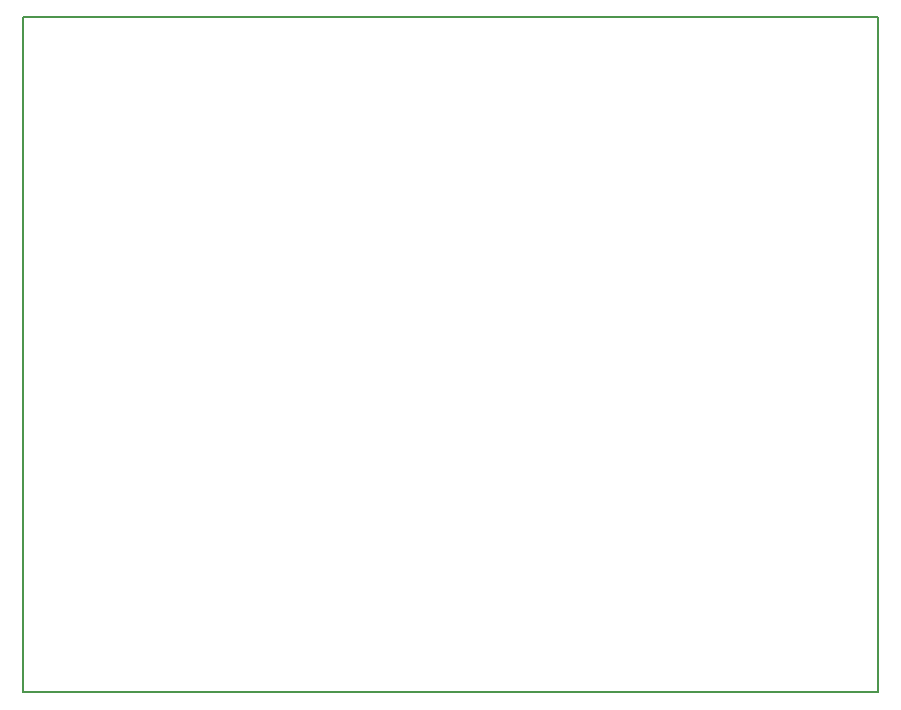
<source format=gbr>
G04 #@! TF.GenerationSoftware,KiCad,Pcbnew,(5.0.1)-rc2*
G04 #@! TF.CreationDate,2019-02-27T00:02:04-05:00*
G04 #@! TF.ProjectId,ladder_filter,6C61646465725F66696C7465722E6B69,rev?*
G04 #@! TF.SameCoordinates,Original*
G04 #@! TF.FileFunction,Profile,NP*
%FSLAX46Y46*%
G04 Gerber Fmt 4.6, Leading zero omitted, Abs format (unit mm)*
G04 Created by KiCad (PCBNEW (5.0.1)-rc2) date 2/27/2019 12:02:04 AM*
%MOMM*%
%LPD*%
G01*
G04 APERTURE LIST*
%ADD10C,0.200000*%
G04 APERTURE END LIST*
D10*
X132791200Y-88544400D02*
X132791200Y-31445200D01*
X205232000Y-88544400D02*
X132791200Y-88544400D01*
X205232000Y-31445200D02*
X205232000Y-88544400D01*
X132791200Y-31445200D02*
X205232000Y-31445200D01*
M02*

</source>
